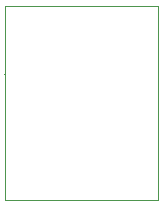
<source format=gbr>
%TF.GenerationSoftware,KiCad,Pcbnew,9.0.0*%
%TF.CreationDate,2025-03-28T13:53:40+00:00*%
%TF.ProjectId,vm_light_sensor_0.2,766d5f6c-6967-4687-945f-73656e736f72,v0.2*%
%TF.SameCoordinates,PX510ff40PY47868c0*%
%TF.FileFunction,Other,User*%
%FSLAX45Y45*%
G04 Gerber Fmt 4.5, Leading zero omitted, Abs format (unit mm)*
G04 Created by KiCad (PCBNEW 9.0.0) date 2025-03-28 13:53:40*
%MOMM*%
%LPD*%
G01*
G04 APERTURE LIST*
%ADD10C,0.100000*%
%ADD11C,0.160000*%
%ADD12C,0.130000*%
%ADD13C,0.140000*%
%ADD14C,0.170000*%
%ADD15C,0.120000*%
%ADD16C,0.110000*%
G04 APERTURE END LIST*
D10*
X-650000Y825000D02*
X650000Y825000D01*
X650000Y-825000D01*
X-650000Y-825000D01*
X-650000Y825000D01*
D11*
%TO.C,GS5*%
X200000Y825000D02*
X200000Y825000D01*
D12*
%TO.C,GS3*%
X-650000Y250000D02*
X-650000Y250000D01*
D13*
%TO.C,GS4*%
X0Y825000D02*
X0Y825000D01*
D14*
%TO.C,GS6*%
X-200000Y825000D02*
X-200000Y825000D01*
D15*
%TO.C,GS2*%
X-650000Y-250000D02*
X-650000Y-250000D01*
D16*
%TO.C,GS1*%
X-650000Y0D02*
X-650000Y0D01*
%TD*%
M02*

</source>
